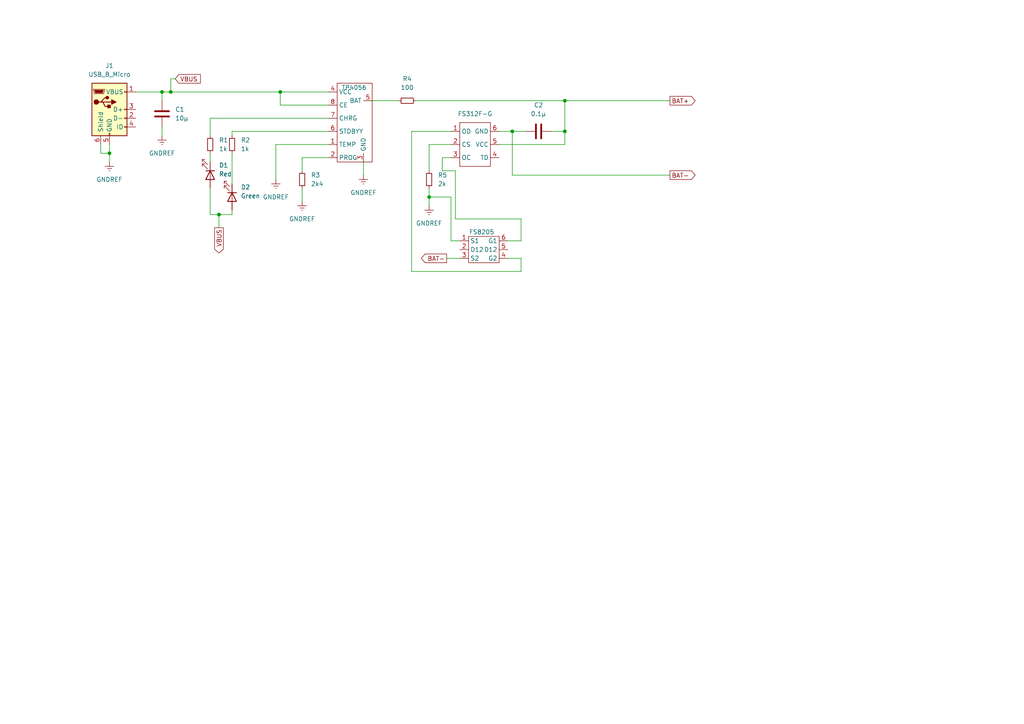
<source format=kicad_sch>
(kicad_sch (version 20211123) (generator eeschema)
  (paper "A4")
  (lib_symbols
    (symbol "Connector:USB_B_Micro" (pin_names (offset 1.016))
      (property "Reference" "J" (at -5.08 11.43 0))
      (property "Value" "USB_B_Micro" (at -5.08 8.89 0))
      (symbol "USB_B_Micro_0_1"
        (rectangle (start -5.08 -7.62) (end 5.08 7.62) (stroke (width 0.254)) (fill (type background)))
        (circle (center -3.81 2.159) (radius 0.635) (stroke (width 0.254)) (fill (type outline)))
        (circle (center -0.635 3.429) (radius 0.381) (stroke (width 0.254)) (fill (type outline)))
        (rectangle (start -0.127 -7.62) (end 0.127 -6.858))
        (polyline (pts (xy -1.905 2.159) (xy 0.635 2.159)) (stroke (width 0.254)))
        (polyline (pts (xy -3.175 2.159) (xy -2.54 2.159) (xy -1.27 3.429) (xy -0.635 3.429)) (stroke (width 0.254)))
        (polyline (pts (xy -2.54 2.159) (xy -1.905 2.159) (xy -1.27 0.889) (xy 0 0.889)) (stroke (width 0.254)))
        (polyline (pts (xy 0.635 2.794) (xy 0.635 1.524) (xy 1.905 2.159) (xy 0.635 2.794)) (stroke (width 0.254)) (fill (type outline)))
        (polyline (pts (xy -4.318 5.588) (xy -1.778 5.588) (xy -2.032 4.826) (xy -4.064 4.826) (xy -4.318 5.588)) (fill (type outline)))
        (polyline (pts (xy -4.699 5.842) (xy -4.699 5.588) (xy -4.445 4.826) (xy -4.445 4.572) (xy -1.651 4.572) (xy -1.651 4.826) (xy -1.397 5.588) (xy -1.397 5.842) (xy -4.699 5.842)))
        (rectangle (start 0.254 1.27) (end -0.508 0.508) (stroke (width 0.254)) (fill (type outline)))
        (rectangle (start 5.08 -5.207) (end 4.318 -4.953))
        (rectangle (start 5.08 -2.667) (end 4.318 -2.413))
        (rectangle (start 5.08 -0.127) (end 4.318 0.127))
        (rectangle (start 5.08 4.953) (end 4.318 5.207))
      )
      (symbol "USB_B_Micro_1_1"
        (pin power_out line (at 7.62 5.08 180) (length 2.54) (name "VBUS") (number "1"))
        (pin bidirectional line (at 7.62 -2.54 180) (length 2.54) (name "D-") (number "2"))
        (pin bidirectional line (at 7.62 0 180) (length 2.54) (name "D+") (number "3"))
        (pin passive line (at 7.62 -5.08 180) (length 2.54) (name "ID") (number "4"))
        (pin power_out line (at 0 -10.16 90) (length 2.54) (name "GND") (number "5"))
        (pin passive line (at -2.54 -10.16 90) (length 2.54) (name "Shield") (number "6"))
      )
    )
    (symbol "Device:C" (pin_numbers hide) (pin_names (offset 0.254))
      (property "Reference" "C" (at 0.635 2.54 0))
      (property "Value" "C" (at 0.635 -2.54 0))
      (symbol "C_0_1"
        (polyline (pts (xy -2.032 -0.762) (xy 2.032 -0.762)) (stroke (width 0.508)))
        (polyline (pts (xy -2.032 0.762) (xy 2.032 0.762)) (stroke (width 0.508)))
      )
      (symbol "C_1_1"
        (pin passive line (at 0 3.81 270) (length 2.794) (name "~") (number "1"))
        (pin passive line (at 0 -3.81 90) (length 2.794) (name "~") (number "2"))
      )
    )
    (symbol "Device:LED" (pin_numbers hide) (pin_names (offset 1.016) hide)
      (property "Reference" "D" (at 0 2.54 0))
      (property "Value" "LED" (at 0 -2.54 0))
      (symbol "LED_0_1"
        (polyline (pts (xy -1.27 -1.27) (xy -1.27 1.27)) (stroke (width 0.254)))
        (polyline (pts (xy -1.27 0) (xy 1.27 0)))
        (polyline (pts (xy 1.27 -1.27) (xy 1.27 1.27) (xy -1.27 0) (xy 1.27 -1.27)) (stroke (width 0.254)))
        (polyline (pts (xy -3.048 -0.762) (xy -4.572 -2.286) (xy -3.81 -2.286) (xy -4.572 -2.286) (xy -4.572 -1.524)))
        (polyline (pts (xy -1.778 -0.762) (xy -3.302 -2.286) (xy -2.54 -2.286) (xy -3.302 -2.286) (xy -3.302 -1.524)))
      )
      (symbol "LED_1_1"
        (pin passive line (at -3.81 0 0) (length 2.54) (name "K") (number "1"))
        (pin passive line (at 3.81 0 180) (length 2.54) (name "A") (number "2"))
      )
    )
    (symbol "Device:R_Small" (pin_numbers hide) (pin_names (offset 0.254) hide)
      (property "Reference" "R" (at 0.762 0.508 0))
      (property "Value" "R_Small" (at 0.762 -1.016 0))
      (symbol "R_Small_0_1"
        (rectangle (start -0.762 1.778) (end 0.762 -1.778) (stroke (width 0.2032)))
      )
      (symbol "R_Small_1_1"
        (pin passive line (at 0 2.54 270) (length 0.762) (name "~") (number "1"))
        (pin passive line (at 0 -2.54 90) (length 0.762) (name "~") (number "2"))
      )
    )
    (symbol "HardyBibliothek:FS312F-G"
      (property "Reference" "U" (at 1.27 -1.27 0))
      (property "Value" "FS312F-G" (at 2.54 -16.51 0))
      (symbol "FS312F-G_0_1"
        (rectangle (start -2.54 -2.54) (end 6.35 -15.24))
      )
      (symbol "FS312F-G_1_1"
        (pin input line (at -5.08 -5.08 0) (length 2.54) (name "OD") (number "1"))
        (pin input line (at -5.08 -8.89 0) (length 2.54) (name "CS") (number "2"))
        (pin input line (at -5.08 -12.7 0) (length 2.54) (name "OC") (number "3"))
        (pin input line (at 8.89 -12.7 180) (length 2.54) (name "TD") (number "4"))
        (pin input line (at 8.89 -8.89 180) (length 2.54) (name "VCC") (number "5"))
        (pin input line (at 8.89 -5.08 180) (length 2.54) (name "GND") (number "6"))
      )
    )
    (symbol "HardyBibliothek:FS8205"
      (property "Reference" "U?" (at 1.27 1.27 0))
      (property "Value" "FS8205" (at 3.81 -1.27 0))
      (symbol "FS8205_0_1"
        (rectangle (start 0 -2.54) (end 8.89 -10.16))
      )
      (symbol "FS8205_1_1"
        (pin input line (at -2.54 -3.81 0) (length 2.54) (name "S1") (number "1"))
        (pin input line (at -2.54 -6.35 0) (length 2.54) (name "D12") (number "2"))
        (pin input line (at -2.54 -8.89 0) (length 2.54) (name "S2") (number "3"))
        (pin input line (at 11.43 -8.89 180) (length 2.54) (name "G2") (number "4"))
        (pin input line (at 11.43 -6.35 180) (length 2.54) (name "D12") (number "5"))
        (pin input line (at 11.43 -3.81 180) (length 2.54) (name "G1") (number "6"))
      )
    )
    (symbol "HardyBibliothek:TP4056"
      (property "Reference" "U?" (at -1.27 0 0))
      (property "Value" "TP4056" (at -3.81 -2.54 0))
      (symbol "TP4056_0_1"
        (rectangle (start -5.08 -1.27) (end 5.08 -24.13))
      )
      (symbol "TP4056_1_1"
        (pin input line (at -7.62 -19.05 0) (length 2.54) (name "TEMP") (number "1"))
        (pin input line (at -7.62 -22.86 0) (length 2.54) (name "PROG") (number "2"))
        (pin input line (at 2.54 -24.13 90) (length 2.54) (name "GND") (number "3"))
        (pin input line (at -7.62 -3.81 0) (length 2.54) (name "VCC") (number "4"))
        (pin output line (at 5.08 -6.35 180) (length 2.54) (name "BAT") (number "5"))
        (pin input line (at -7.62 -15.24 0) (length 2.54) (name "STDBYY") (number "6"))
        (pin input line (at -7.62 -11.43 0) (length 2.54) (name "CHRG") (number "7"))
        (pin input line (at -7.62 -7.62 0) (length 2.54) (name "CE") (number "8"))
      )
    )
    (symbol "power:GNDREF" (power) (pin_names (offset 0))
      (property "Value" "GNDREF" (at 0 -3.81 0))
      (symbol "GNDREF_0_1"
        (polyline (pts (xy -0.635 -1.905) (xy 0.635 -1.905)))
        (polyline (pts (xy -0.127 -2.54) (xy 0.127 -2.54)))
        (polyline (pts (xy 0 -1.27) (xy 0 0)))
        (polyline (pts (xy 1.27 -1.27) (xy -1.27 -1.27)))
      )
      (symbol "GNDREF_1_1"
        (pin power_in line (at 0 0 270) (length 0) hide (name "GNDREF") (number "1"))
      )
    )
  )
  (junction (at 46.99 26.67))
  (junction (at 163.83 29.21))
  (junction (at 63.5 62.23))
  (junction (at 49.53 26.67))
  (junction (at 163.83 38.1))
  (junction (at 81.28 26.67))
  (junction (at 31.75 44.45))
  (junction (at 124.46 57.15))
  (junction (at 148.59 38.1))
  (wire (pts (xy 128.27 45.72) (xy 128.27 49.53)))
  (wire (pts (xy 124.46 57.15) (xy 124.46 59.69)))
  (wire (pts (xy 119.38 38.1) (xy 119.38 78.74)))
  (wire (pts (xy 163.83 29.21) (xy 163.83 38.1)))
  (wire (pts (xy 194.31 50.8) (xy 148.59 50.8)))
  (wire (pts (xy 50.8 22.86) (xy 49.53 22.86)))
  (wire (pts (xy 151.13 78.74) (xy 151.13 74.93)))
  (wire (pts (xy 63.5 66.04) (xy 63.5 62.23)))
  (wire (pts (xy 63.5 62.23) (xy 67.31 62.23)))
  (wire (pts (xy 87.63 45.72) (xy 95.25 45.72)))
  (wire (pts (xy 144.78 38.1) (xy 148.59 38.1)))
  (wire (pts (xy 29.21 44.45) (xy 31.75 44.45)))
  (wire (pts (xy 132.08 49.53) (xy 132.08 63.5)))
  (wire (pts (xy 29.21 41.91) (xy 29.21 44.45)))
  (wire (pts (xy 60.96 54.61) (xy 60.96 62.23)))
  (wire (pts (xy 60.96 34.29) (xy 95.25 34.29)))
  (wire (pts (xy 133.35 69.85) (xy 130.81 69.85)))
  (wire (pts (xy 49.53 22.86) (xy 49.53 26.67)))
  (wire (pts (xy 80.01 41.91) (xy 95.25 41.91)))
  (wire (pts (xy 46.99 36.83) (xy 46.99 39.37)))
  (wire (pts (xy 124.46 49.53) (xy 124.46 41.91)))
  (wire (pts (xy 60.96 44.45) (xy 60.96 46.99)))
  (wire (pts (xy 87.63 54.61) (xy 87.63 58.42)))
  (wire (pts (xy 80.01 52.07) (xy 80.01 41.91)))
  (wire (pts (xy 31.75 44.45) (xy 31.75 46.99)))
  (wire (pts (xy 130.81 57.15) (xy 124.46 57.15)))
  (wire (pts (xy 105.41 46.99) (xy 105.41 50.8)))
  (wire (pts (xy 119.38 38.1) (xy 130.81 38.1)))
  (wire (pts (xy 132.08 63.5) (xy 151.13 63.5)))
  (wire (pts (xy 129.54 74.93) (xy 133.35 74.93)))
  (wire (pts (xy 81.28 26.67) (xy 95.25 26.67)))
  (wire (pts (xy 124.46 41.91) (xy 130.81 41.91)))
  (wire (pts (xy 67.31 39.37) (xy 67.31 38.1)))
  (wire (pts (xy 67.31 62.23) (xy 67.31 60.96)))
  (wire (pts (xy 163.83 41.91) (xy 163.83 38.1)))
  (wire (pts (xy 148.59 38.1) (xy 152.4 38.1)))
  (wire (pts (xy 60.96 62.23) (xy 63.5 62.23)))
  (wire (pts (xy 95.25 30.48) (xy 81.28 30.48)))
  (wire (pts (xy 46.99 26.67) (xy 46.99 29.21)))
  (wire (pts (xy 163.83 29.21) (xy 194.31 29.21)))
  (wire (pts (xy 87.63 49.53) (xy 87.63 45.72)))
  (wire (pts (xy 144.78 41.91) (xy 163.83 41.91)))
  (wire (pts (xy 31.75 41.91) (xy 31.75 44.45)))
  (wire (pts (xy 151.13 74.93) (xy 147.32 74.93)))
  (wire (pts (xy 151.13 63.5) (xy 151.13 69.85)))
  (wire (pts (xy 120.65 29.21) (xy 163.83 29.21)))
  (wire (pts (xy 67.31 38.1) (xy 95.25 38.1)))
  (wire (pts (xy 151.13 69.85) (xy 147.32 69.85)))
  (wire (pts (xy 119.38 78.74) (xy 151.13 78.74)))
  (wire (pts (xy 81.28 30.48) (xy 81.28 26.67)))
  (wire (pts (xy 107.95 29.21) (xy 115.57 29.21)))
  (wire (pts (xy 124.46 54.61) (xy 124.46 57.15)))
  (wire (pts (xy 163.83 38.1) (xy 160.02 38.1)))
  (wire (pts (xy 130.81 69.85) (xy 130.81 57.15)))
  (wire (pts (xy 39.37 26.67) (xy 46.99 26.67)))
  (wire (pts (xy 148.59 50.8) (xy 148.59 38.1)))
  (wire (pts (xy 67.31 44.45) (xy 67.31 53.34)))
  (wire (pts (xy 60.96 39.37) (xy 60.96 34.29)))
  (wire (pts (xy 46.99 26.67) (xy 49.53 26.67)))
  (wire (pts (xy 130.81 45.72) (xy 128.27 45.72)))
  (wire (pts (xy 128.27 49.53) (xy 132.08 49.53)))
  (wire (pts (xy 49.53 26.67) (xy 81.28 26.67)))
  (global_label "BAT-" (shape output) (at 129.54 74.93 180) (property "Referenzen zwischen Schaltplänen" "${INTERSHEET_REFS}" (effects hide)))
  (global_label "VBUS" (shape output) (at 63.5 66.04 270) (property "Referenzen zwischen Schaltplänen" "${INTERSHEET_REFS}" (effects hide)))
  (global_label "VBUS" (shape input) (at 50.8 22.86 0) (property "Referenzen zwischen Schaltplänen" "${INTERSHEET_REFS}" (effects hide)))
  (global_label "BAT+" (shape output) (at 194.31 29.21 0) (property "Referenzen zwischen Schaltplänen" "${INTERSHEET_REFS}" (effects hide)))
  (global_label "BAT-" (shape output) (at 194.31 50.8 0) (property "Referenzen zwischen Schaltplänen" "${INTERSHEET_REFS}" (effects hide)))
  (symbol (lib_id "power:GNDREF") (at 46.99 39.37 0) (unit 1)
    (property "Reference" "#PWR0101" (effects hide))
    (property "Value" "GNDREF" (at 46.99 44.45 0))
  )
  (symbol (lib_id "power:GNDREF") (at 124.46 59.69 0) (unit 1)
    (property "Reference" "#PWR0106" (effects hide))
    (property "Value" "GNDREF" (at 124.46 64.77 0))
  )
  (symbol (lib_id "Device:R_Small") (at 67.31 41.91 0) (unit 1)
    (property "Reference" "R2" (at 69.85 40.6399 0) (effects (justify left)))
    (property "Value" "1k" (at 69.85 43.1799 0) (effects (justify left)))
    (property "Footprint" "Resistor_SMD:R_0805_2012Metric" (effects hide))
  )
  (symbol (lib_id "Device:LED") (at 60.96 50.8 270) (unit 1)
    (property "Reference" "D1" (at 63.5 47.9424 90) (effects (justify left)))
    (property "Value" "Red" (at 63.5 50.4824 90) (effects (justify left)))
    (property "Footprint" "LED_SMD:LED_0805_2012Metric_Pad1.15x1.40mm_HandSolder" (effects hide))
    (property "Reference" "D1" (effects hide))
    (property "Value" "Red" (effects hide))
  )
  (symbol (lib_id "power:GNDREF") (at 80.01 52.07 0) (unit 1)
    (property "Reference" "#PWR0103" (effects hide))
    (property "Value" "GNDREF" (at 80.01 57.15 0))
  )
  (symbol (lib_id "power:GNDREF") (at 105.41 50.8 0) (unit 1)
    (property "Reference" "#PWR0105" (effects hide))
    (property "Value" "GNDREF" (at 105.41 55.88 0))
  )
  (symbol (lib_id "HardyBibliothek:TP4056") (at 102.87 22.86 0) (unit 1)
    (property "Reference" "U1" (at 101.6 22.86 0) (effects (justify left)))
    (property "Value" "TP4056" (at 99.06 25.4 0) (effects (justify left)))
    (property "Footprint" "Package_SO:SOP-8-1EP_4.57x4.57mm_P1.27mm_EP4.57x4.45mm" (effects hide))
    (property "Reference" "U1" (effects hide))
    (property "Value" "TP4056" (effects hide))
  )
  (symbol (lib_id "Device:R_Small") (at 118.11 29.21 90) (unit 1)
    (property "Reference" "R4" (at 118.11 22.86 90))
    (property "Value" "100" (at 118.11 25.4 90))
    (property "Footprint" "Resistor_SMD:R_0805_2012Metric" (effects hide))
  )
  (symbol (lib_id "Connector:USB_B_Micro") (at 31.75 31.75 0) (unit 1)
    (property "Reference" "J1" (at 31.75 19.05 0))
    (property "Value" "USB_B_Micro" (at 31.75 21.59 0))
    (property "Footprint" "Connector_USB:USB_Micro-B_Amphenol_10118194_Horizontal" (effects hide))
  )
  (symbol (lib_id "Device:LED") (at 67.31 57.15 270) (unit 1)
    (property "Reference" "D2" (at 69.85 54.2924 90) (effects (justify left)))
    (property "Value" "Green" (at 69.85 56.8324 90) (effects (justify left)))
    (property "Footprint" "LED_SMD:LED_0805_2012Metric_Pad1.15x1.40mm_HandSolder" (effects hide))
  )
  (symbol (lib_id "HardyBibliothek:FS8205") (at 135.89 66.04 0) (unit 1)
    (property "Reference" "U3" (at 137.16 64.77 0))
    (property "Value" "FS8205" (at 139.7 67.31 0))
    (property "Footprint" "Package_TO_SOT_SMD:SOT-23-6" (effects hide))
    (property "Reference" "U3" (effects hide))
    (property "Value" "FS8205" (effects hide))
  )
  (symbol (lib_id "Device:R_Small") (at 60.96 41.91 0) (unit 1)
    (property "Reference" "R1" (at 63.5 40.6399 0) (effects (justify left)))
    (property "Value" "1k" (at 63.5 43.1799 0) (effects (justify left)))
    (property "Footprint" "Resistor_SMD:R_0805_2012Metric" (effects hide))
    (property "Reference" "R1" (effects hide))
    (property "Value" "1k" (effects hide))
  )
  (symbol (lib_id "Device:C") (at 156.21 38.1 90) (unit 1)
    (property "Reference" "C2" (at 156.21 30.48 90))
    (property "Value" "0.1µ" (at 156.21 33.02 90))
    (property "Footprint" "Capacitor_SMD:C_0805_2012Metric" (effects hide))
    (property "Reference" "C2" (effects hide))
    (property "Value" "0.1µ" (effects hide))
  )
  (symbol (lib_id "Device:C") (at 46.99 33.02 0) (unit 1)
    (property "Reference" "C1" (at 50.8 31.7499 0) (effects (justify left)))
    (property "Value" "10µ" (at 50.8 34.2899 0) (effects (justify left)))
    (property "Footprint" "Capacitor_SMD:C_0805_2012Metric" (effects hide))
    (property "Reference" "C1" (effects hide))
    (property "Value" "10µ" (effects hide))
  )
  (symbol (lib_id "power:GNDREF") (at 31.75 46.99 0) (unit 1)
    (property "Reference" "#PWR0102" (effects hide))
    (property "Value" "GNDREF" (at 31.75 52.07 0))
  )
  (symbol (lib_id "Device:R_Small") (at 124.46 52.07 180) (unit 1)
    (property "Reference" "R5" (at 127 50.7999 0) (effects (justify right)))
    (property "Value" "2k" (at 127 53.3399 0) (effects (justify right)))
    (property "Footprint" "Resistor_SMD:R_0805_2012Metric" (effects hide))
  )
  (symbol (lib_id "power:GNDREF") (at 87.63 58.42 0) (unit 1)
    (property "Reference" "#PWR0104" (effects hide))
    (property "Value" "GNDREF" (at 87.63 63.5 0))
  )
  (symbol (lib_id "HardyBibliothek:FS312F-G") (at 135.89 33.02 0) (unit 1)
    (property "Reference" "U2" (at 137.795 30.48 0))
    (property "Value" "FS312F-G" (at 137.795 33.02 0))
    (property "Footprint" "Package_TO_SOT_SMD:SOT-23-6" (effects hide))
    (property "Reference" "U2" (effects hide))
    (property "Value" "FS312F-G" (effects hide))
  )
  (symbol (lib_id "Device:R_Small") (at 87.63 52.07 0) (unit 1)
    (property "Reference" "R3" (at 90.17 50.7999 0) (effects (justify left)))
    (property "Value" "2k4" (at 90.17 53.3399 0) (effects (justify left)))
    (property "Footprint" "Resistor_SMD:R_0805_2012Metric" (effects hide))
  )
)
</source>
